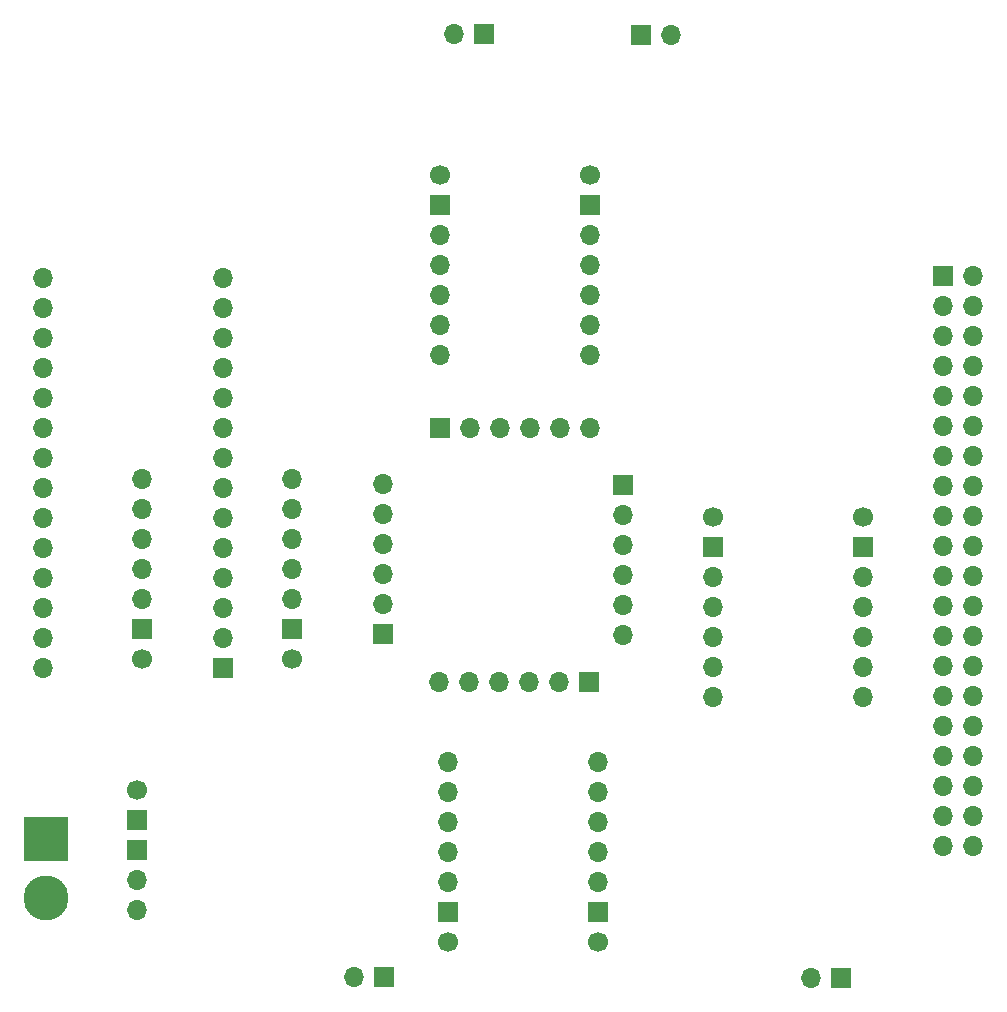
<source format=gbs>
%TF.GenerationSoftware,KiCad,Pcbnew,(6.0.8)*%
%TF.CreationDate,2023-03-18T14:47:44-05:00*%
%TF.ProjectId,board1,626f6172-6431-42e6-9b69-6361645f7063,rev?*%
%TF.SameCoordinates,Original*%
%TF.FileFunction,Soldermask,Bot*%
%TF.FilePolarity,Negative*%
%FSLAX46Y46*%
G04 Gerber Fmt 4.6, Leading zero omitted, Abs format (unit mm)*
G04 Created by KiCad (PCBNEW (6.0.8)) date 2023-03-18 14:47:44*
%MOMM*%
%LPD*%
G01*
G04 APERTURE LIST*
%ADD10C,1.700000*%
%ADD11R,1.700000X1.700000*%
%ADD12O,1.700000X1.700000*%
%ADD13R,3.800000X3.800000*%
%ADD14C,3.800000*%
G04 APERTURE END LIST*
D10*
X95125000Y-94282500D03*
D11*
X95125000Y-91742500D03*
D12*
X95125000Y-89202500D03*
X95125000Y-86662500D03*
X95125000Y-84122500D03*
X95125000Y-81582500D03*
X95125000Y-79042500D03*
X107825000Y-79042500D03*
X107825000Y-81582500D03*
X107825000Y-84122500D03*
X107825000Y-86662500D03*
X107825000Y-89202500D03*
D11*
X107825000Y-91742500D03*
D10*
X107825000Y-94282500D03*
X120975000Y-118200000D03*
D11*
X120975000Y-115660000D03*
D12*
X120975000Y-113120000D03*
X120975000Y-110580000D03*
X120975000Y-108040000D03*
X120975000Y-105500000D03*
X120975000Y-102960000D03*
X133675000Y-102960000D03*
X133675000Y-105500000D03*
X133675000Y-108040000D03*
X133675000Y-110580000D03*
X133675000Y-113120000D03*
D11*
X133675000Y-115660000D03*
D10*
X133675000Y-118200000D03*
D11*
X137325000Y-41442500D03*
D12*
X139865000Y-41442500D03*
D11*
X120282400Y-74717500D03*
D12*
X122822400Y-74717500D03*
X125362400Y-74717500D03*
X127902400Y-74717500D03*
X130442400Y-74717500D03*
X132982400Y-74717500D03*
D13*
X87000000Y-109467500D03*
D14*
X87000000Y-114467500D03*
D11*
X132950000Y-96167500D03*
D12*
X130410000Y-96167500D03*
X127870000Y-96167500D03*
X125330000Y-96167500D03*
X122790000Y-96167500D03*
X120250000Y-96167500D03*
D11*
X115566800Y-121176900D03*
D12*
X113026800Y-121176900D03*
D10*
X94700000Y-105301300D03*
D11*
X94700000Y-107841300D03*
X94700000Y-110381300D03*
D12*
X94700000Y-112921300D03*
X94700000Y-115461300D03*
D11*
X124025000Y-41342500D03*
D12*
X121485000Y-41342500D03*
D10*
X133059000Y-53285000D03*
D11*
X133059000Y-55825000D03*
D12*
X133059000Y-58365000D03*
X133059000Y-60905000D03*
X133059000Y-63445000D03*
X133059000Y-65985000D03*
X133059000Y-68525000D03*
X120359000Y-68525000D03*
X120359000Y-65985000D03*
X120359000Y-63445000D03*
X120359000Y-60905000D03*
X120359000Y-58365000D03*
D11*
X120359000Y-55825000D03*
D10*
X120359000Y-53285000D03*
D11*
X115525000Y-92092500D03*
D12*
X115525000Y-89552500D03*
X115525000Y-87012500D03*
X115525000Y-84472500D03*
X115525000Y-81932500D03*
X115525000Y-79392500D03*
D11*
X154250000Y-121242500D03*
D12*
X151710000Y-121242500D03*
D11*
X135775000Y-79525000D03*
D12*
X135775000Y-82065000D03*
X135775000Y-84605000D03*
X135775000Y-87145000D03*
X135775000Y-89685000D03*
X135775000Y-92225000D03*
D11*
X162944500Y-61807800D03*
D12*
X165484500Y-61807800D03*
X162944500Y-64347800D03*
X165484500Y-64347800D03*
X162944500Y-66887800D03*
X165484500Y-66887800D03*
X162944500Y-69427800D03*
X165484500Y-69427800D03*
X162944500Y-71967800D03*
X165484500Y-71967800D03*
X162944500Y-74507800D03*
X165484500Y-74507800D03*
X162944500Y-77047800D03*
X165484500Y-77047800D03*
X162944500Y-79587800D03*
X165484500Y-79587800D03*
X162944500Y-82127800D03*
X165484500Y-82127800D03*
X162944500Y-84667800D03*
X165484500Y-84667800D03*
X162944500Y-87207800D03*
X165484500Y-87207800D03*
X162944500Y-89747800D03*
X165484500Y-89747800D03*
X162944500Y-92287800D03*
X165484500Y-92287800D03*
X162944500Y-94827800D03*
X165484500Y-94827800D03*
X162944500Y-97367800D03*
X165484500Y-97367800D03*
X162944500Y-99907800D03*
X165484500Y-99907800D03*
X162944500Y-102447800D03*
X165484500Y-102447800D03*
X162944500Y-104987800D03*
X165484500Y-104987800D03*
X162944500Y-107527800D03*
X165484500Y-107527800D03*
X162944500Y-110067800D03*
X165484500Y-110067800D03*
D10*
X156150000Y-82185000D03*
D11*
X156150000Y-84725000D03*
D12*
X156150000Y-87265000D03*
X156150000Y-89805000D03*
X156150000Y-92345000D03*
X156150000Y-94885000D03*
X156150000Y-97425000D03*
X143450000Y-97425000D03*
X143450000Y-94885000D03*
X143450000Y-92345000D03*
X143450000Y-89805000D03*
X143450000Y-87265000D03*
D11*
X143450000Y-84725000D03*
D10*
X143450000Y-82185000D03*
D11*
X101945000Y-95027500D03*
D12*
X86705000Y-95027500D03*
X101945000Y-92487500D03*
X86705000Y-92487500D03*
X101945000Y-89947500D03*
X86705000Y-89947500D03*
X101945000Y-87407500D03*
X86705000Y-87407500D03*
X101945000Y-84867500D03*
X86705000Y-84867500D03*
X101945000Y-82327500D03*
X86705000Y-82327500D03*
X101945000Y-79787500D03*
X86705000Y-79787500D03*
X101945000Y-77247500D03*
X86705000Y-77247500D03*
X101945000Y-74707500D03*
X86705000Y-74707500D03*
X101945000Y-72167500D03*
X86705000Y-72167500D03*
X101945000Y-69627500D03*
X86705000Y-69627500D03*
X101945000Y-67087500D03*
X86705000Y-67087500D03*
X101945000Y-64547500D03*
X86705000Y-64547500D03*
X101945000Y-62007500D03*
X86705000Y-62007500D03*
M02*

</source>
